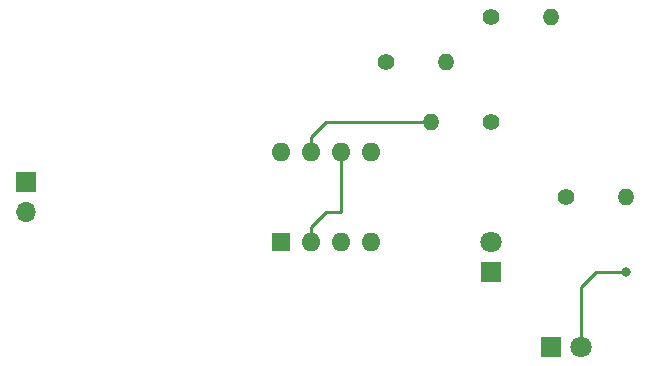
<source format=gbr>
G04 #@! TF.GenerationSoftware,KiCad,Pcbnew,5.0.2+dfsg1-1+deb10u1*
G04 #@! TF.CreationDate,2023-01-12T16:54:00+08:00*
G04 #@! TF.ProjectId,555-blinker,3535352d-626c-4696-9e6b-65722e6b6963,1.0*
G04 #@! TF.SameCoordinates,Original*
G04 #@! TF.FileFunction,Copper,L2,Bot*
G04 #@! TF.FilePolarity,Positive*
%FSLAX46Y46*%
G04 Gerber Fmt 4.6, Leading zero omitted, Abs format (unit mm)*
G04 Created by KiCad (PCBNEW 5.0.2+dfsg1-1+deb10u1) date Thu 12 Jan 2023 04:54:00 PM +08*
%MOMM*%
%LPD*%
G01*
G04 APERTURE LIST*
G04 #@! TA.AperFunction,ComponentPad*
%ADD10R,1.700000X1.700000*%
G04 #@! TD*
G04 #@! TA.AperFunction,ComponentPad*
%ADD11O,1.700000X1.700000*%
G04 #@! TD*
G04 #@! TA.AperFunction,ComponentPad*
%ADD12C,1.800000*%
G04 #@! TD*
G04 #@! TA.AperFunction,ComponentPad*
%ADD13R,1.800000X1.800000*%
G04 #@! TD*
G04 #@! TA.AperFunction,ComponentPad*
%ADD14R,1.600000X1.600000*%
G04 #@! TD*
G04 #@! TA.AperFunction,ComponentPad*
%ADD15O,1.600000X1.600000*%
G04 #@! TD*
G04 #@! TA.AperFunction,ComponentPad*
%ADD16O,1.400000X1.400000*%
G04 #@! TD*
G04 #@! TA.AperFunction,ComponentPad*
%ADD17C,1.400000*%
G04 #@! TD*
G04 #@! TA.AperFunction,ViaPad*
%ADD18C,0.800000*%
G04 #@! TD*
G04 #@! TA.AperFunction,Conductor*
%ADD19C,0.250000*%
G04 #@! TD*
G04 APERTURE END LIST*
D10*
G04 #@! TO.P,BT1,1*
G04 #@! TO.N,VCC*
X104140000Y-52070000D03*
D11*
G04 #@! TO.P,BT1,2*
G04 #@! TO.N,GND*
X104140000Y-54610000D03*
G04 #@! TD*
D12*
G04 #@! TO.P,D2,2*
G04 #@! TO.N,Net-(D2-Pad2)*
X151130000Y-66040000D03*
D13*
G04 #@! TO.P,D2,1*
G04 #@! TO.N,GND*
X148590000Y-66040000D03*
G04 #@! TD*
G04 #@! TO.P,D1,1*
G04 #@! TO.N,Net-(D1-Pad1)*
X143510000Y-59690000D03*
D12*
G04 #@! TO.P,D1,2*
G04 #@! TO.N,Net-(D1-Pad2)*
X143510000Y-57150000D03*
G04 #@! TD*
D14*
G04 #@! TO.P,U1,1*
G04 #@! TO.N,GND*
X125730000Y-57150000D03*
D15*
G04 #@! TO.P,U1,5*
G04 #@! TO.N,Net-(U1-Pad5)*
X133350000Y-49530000D03*
G04 #@! TO.P,U1,2*
G04 #@! TO.N,Net-(R1-Pad2)*
X128270000Y-57150000D03*
G04 #@! TO.P,U1,6*
X130810000Y-49530000D03*
G04 #@! TO.P,U1,3*
G04 #@! TO.N,Net-(D1-Pad1)*
X130810000Y-57150000D03*
G04 #@! TO.P,U1,7*
G04 #@! TO.N,Net-(R2-Pad2)*
X128270000Y-49530000D03*
G04 #@! TO.P,U1,4*
G04 #@! TO.N,VCC*
X133350000Y-57150000D03*
G04 #@! TO.P,U1,8*
X125730000Y-49530000D03*
G04 #@! TD*
D16*
G04 #@! TO.P,R4,2*
G04 #@! TO.N,Net-(D2-Pad2)*
X154940000Y-53340000D03*
D17*
G04 #@! TO.P,R4,1*
G04 #@! TO.N,Net-(D1-Pad1)*
X149860000Y-53340000D03*
G04 #@! TD*
G04 #@! TO.P,R3,1*
G04 #@! TO.N,VCC*
X143510000Y-38100000D03*
D16*
G04 #@! TO.P,R3,2*
G04 #@! TO.N,Net-(D1-Pad2)*
X148590000Y-38100000D03*
G04 #@! TD*
G04 #@! TO.P,R2,2*
G04 #@! TO.N,Net-(R2-Pad2)*
X138430000Y-46990000D03*
D17*
G04 #@! TO.P,R2,1*
G04 #@! TO.N,Net-(R1-Pad2)*
X143510000Y-46990000D03*
G04 #@! TD*
G04 #@! TO.P,R1,1*
G04 #@! TO.N,VCC*
X134620000Y-41910000D03*
D16*
G04 #@! TO.P,R1,2*
G04 #@! TO.N,Net-(R1-Pad2)*
X139700000Y-41910000D03*
G04 #@! TD*
D18*
G04 #@! TO.N,Net-(D2-Pad2)*
X154940000Y-59690000D03*
G04 #@! TD*
D19*
G04 #@! TO.N,Net-(R1-Pad2)*
X130810000Y-49530000D02*
X130810000Y-54610000D01*
X130810000Y-54610000D02*
X129540000Y-54610000D01*
X129540000Y-54610000D02*
X128270000Y-55880000D01*
X128270000Y-55880000D02*
X128270000Y-57150000D01*
G04 #@! TO.N,Net-(R2-Pad2)*
X138430000Y-46990000D02*
X129540000Y-46990000D01*
X129540000Y-46990000D02*
X128270000Y-48260000D01*
X128270000Y-48260000D02*
X128270000Y-49530000D01*
G04 #@! TO.N,Net-(D2-Pad2)*
X154940000Y-59690000D02*
X152400000Y-59690000D01*
X152400000Y-59690000D02*
X151130000Y-60960000D01*
X151130000Y-60960000D02*
X151130000Y-66040000D01*
G04 #@! TD*
M02*

</source>
